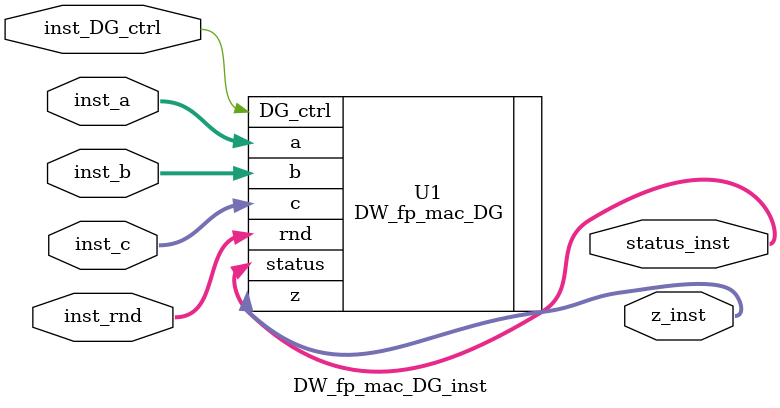
<source format=sv>
module square_PE_Tri #(
    parameter DWIDTH = 32
) (
    input logic clk, rst_n, en,
    input logic [DWIDTH - 1 : 0] xin, sqr_x, zin,
    output logic [DWIDTH - 1 : 0] xout, zout
    );
    
    logic [DWIDTH - 1 : 0] zout_r, xout_r, mac_z0;

    always_ff @(posedge clk) begin
        if(~rst_n) begin
            zout_r <= 'h0;
            xout_r <= 'h0;
        end
        else if(en) begin
            zout_r <= zin;
            xout_r <= mac_z0;
        end
    end

    assign xout = xout_r;
    assign zout = zout_r;

    DW_fp_mac_DG_inst 
    mac_U0(
        .inst_a({~zin[DWIDTH - 1], zin[DWIDTH - 2 : 0]}), 
        .inst_b(sqr_x), 
        .inst_c(xin), 
        .inst_rnd(3'h0), 
        .inst_DG_ctrl(en),
        .z_inst(mac_z0), 
        .status_inst()
    );
            
endmodule

module DW_fp_mac_DG_inst( inst_a, inst_b, inst_c, inst_rnd, inst_DG_ctrl, 
		z_inst, status_inst );

parameter sig_width = 23;
parameter exp_width = 8;
parameter ieee_compliance = 0;


input [sig_width+exp_width : 0] inst_a;
input [sig_width+exp_width : 0] inst_b;
input [sig_width+exp_width : 0] inst_c;
input [2 : 0] inst_rnd;
input inst_DG_ctrl;
output [sig_width+exp_width : 0] z_inst;
output [7 : 0] status_inst;

    // Instance of DW_fp_mac_DG
    DW_fp_mac_DG #(sig_width, exp_width, ieee_compliance)
	  U1 ( .a(inst_a), .b(inst_b), .c(inst_c), .rnd(inst_rnd), .DG_ctrl(inst_DG_ctrl), .z(z_inst), .status(status_inst) );

endmodule


</source>
